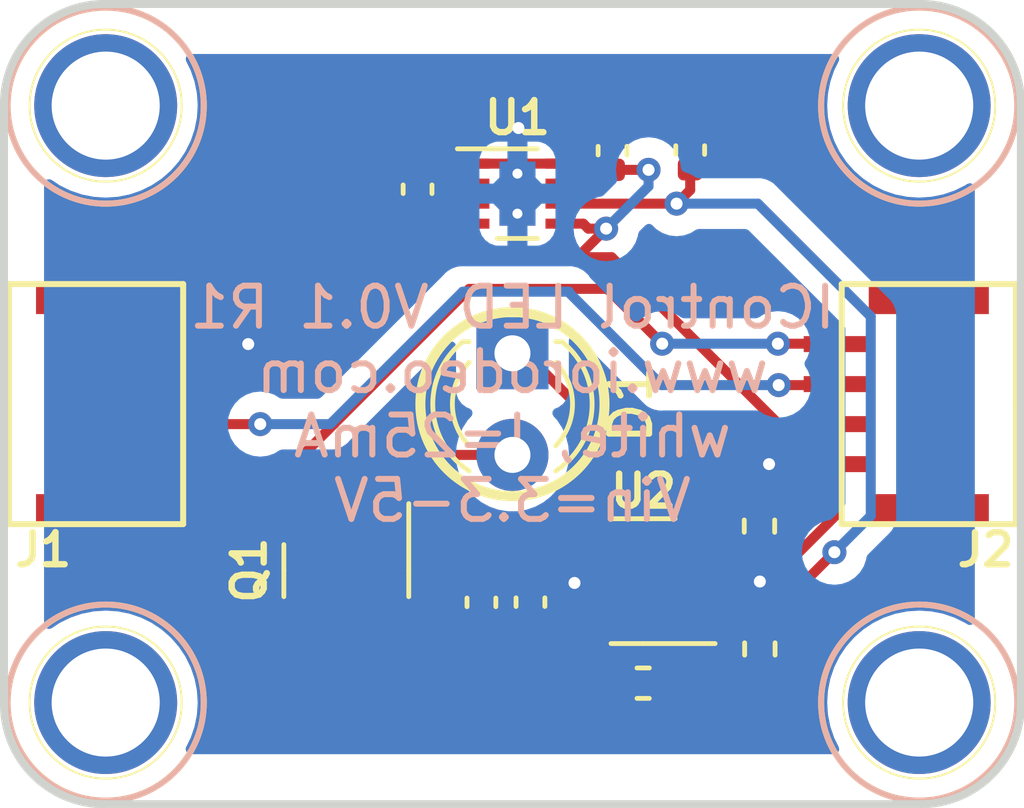
<source format=kicad_pcb>
(kicad_pcb (version 20221018) (generator pcbnew)
  (layers (0 "F.Cu" signal) (31 "B.Cu" signal) (34 "B.Paste" user) (35 "F.Paste" user) (36 "B.SilkS" user "B.Silkscreen") (37 "F.SilkS" user "F.Silkscreen") (38 "B.Mask" user) (39 "F.Mask" user) (44 "Edge.Cuts" user))
  (net 0 "")
  (net 1 "GND")
  (net 2 "/VIN")
  (net 3 "Net-(U1-C1+)")
  (net 4 "/SCL")
  (net 5 "/SDA")
  (net 6 "Net-(U1-C1-)")
  (net 7 "/5V")
  (net 8 "Net-(D1-K)")
  (net 9 "Net-(D1-A)")
  (net 10 "Net-(Q1-B)")
  (net 11 "/Vset")
  (footprint "custom_mount_hole:MountingHole_2.5mm_Pad" (layer "F.Cu") (at 52.54 52.54)
    (fp_text reference "M1" hide)
    (fp_text value "MountingHole_2.5mm_Pad" hide)
    (fp_circle (center 0 0) (end 2.45 0) (stroke (width 0.15)) (fill none) (layer "B.SilkS"))
    (fp_circle (center 0 0) (end 1.9 0) (stroke (width 0.05)) (fill none) (layer "F.SilkS"))
    (fp_circle (center 0 0) (end 2.45 0) (stroke (width 0.15)) (fill none) (layer "F.SilkS"))
    (pad "~" thru_hole circle (at 0 0) (size 3.57 3.57) (drill 2.7) (layers "*.Cu" "*.Mask"))
  )
  (footprint "custom_mount_hole:MountingHole_2.5mm_Pad" (layer "F.Cu") (at 72.86 52.54)
    (fp_text reference "M2" hide)
    (fp_text value "MountingHole_2.5mm_Pad" hide)
    (fp_circle (center 0 0) (end 2.45 0) (stroke (width 0.15)) (fill none) (layer "B.SilkS"))
    (fp_circle (center 0 0) (end 1.9 0) (stroke (width 0.05)) (fill none) (layer "F.SilkS"))
    (fp_circle (center 0 0) (end 2.45 0) (stroke (width 0.15)) (fill none) (layer "F.SilkS"))
    (pad "~" thru_hole circle (at 0 0) (size 3.57 3.57) (drill 2.7) (layers "*.Cu" "*.Mask"))
  )
  (footprint "custom_mount_hole:MountingHole_2.5mm_Pad" (layer "F.Cu") (at 72.86 67.46)
    (fp_text reference "M3" hide)
    (fp_text value "MountingHole_2.5mm_Pad" hide)
    (fp_circle (center 0 0) (end 2.45 0) (stroke (width 0.15)) (fill none) (layer "B.SilkS"))
    (fp_circle (center 0 0) (end 1.9 0) (stroke (width 0.05)) (fill none) (layer "F.SilkS"))
    (fp_circle (center 0 0) (end 2.45 0) (stroke (width 0.15)) (fill none) (layer "F.SilkS"))
    (pad "~" thru_hole circle (at 0 0) (size 3.57 3.57) (drill 2.7) (layers "*.Cu" "*.Mask"))
  )
  (footprint "custom_mount_hole:MountingHole_2.5mm_Pad" (layer "F.Cu") (at 52.54 67.46)
    (fp_text reference "M4" hide)
    (fp_text value "MountingHole_2.5mm_Pad" hide)
    (fp_circle (center 0 0) (end 2.45 0) (stroke (width 0.15)) (fill none) (layer "B.SilkS"))
    (fp_circle (center 0 0) (end 1.9 0) (stroke (width 0.05)) (fill none) (layer "F.SilkS"))
    (fp_circle (center 0 0) (end 2.45 0) (stroke (width 0.15)) (fill none) (layer "F.SilkS"))
    (pad "~" thru_hole circle (at 0 0) (size 3.57 3.57) (drill 2.7) (layers "*.Cu" "*.Mask"))
  )
  (footprint "LED_THT:LED_D3.0mm" (layer "F.Cu") (at 62.7 58.73 -90)
    (fp_text reference "D1" (at 1.27 -2.96 90) (layer "F.SilkS"))
    (fp_text value "LED_ALT")
    (fp_line (start -0.29 -1.236) (end -0.29 -1.08) (stroke (width 0.12)) (layer "F.SilkS"))
    (fp_line (start -0.29 1.08) (end -0.29 1.236) (stroke (width 0.12)) (layer "F.SilkS"))
    (fp_arc (start -0.29 -1.235516) (mid 1.366487 -1.987659) (end 2.942335 -1.078608) (stroke (width 0.12)) (layer "F.SilkS"))
    (fp_arc (start 0.229039 -1.08) (mid 1.270117 -1.5) (end 2.31113 -1.079837) (stroke (width 0.12)) (layer "F.SilkS"))
    (fp_arc (start 2.31113 1.079837) (mid 1.270117 1.5) (end 0.229039 1.08) (stroke (width 0.12)) (layer "F.SilkS"))
    (fp_arc (start 2.942335 1.078608) (mid 1.366487 1.987659) (end -0.29 1.235516) (stroke (width 0.12)) (layer "F.SilkS"))
    (pad "1" thru_hole rect (at 0 0 270) (size 1.8 1.8) (drill 0.9) (layers "*.Cu" "*.Mask") (net 8 "Net-(D1-K)"))
    (pad "2" thru_hole circle (at 2.54 0 270) (size 1.8 1.8) (drill 0.9) (layers "*.Cu" "*.Mask") (net 9 "Net-(D1-A)"))
  )
  (footprint "BOOMELE_SH_SMD:BOOMELE_SMD_SH_4PIN_RT" (layer "F.Cu") (at 52.78 60 90)
    (fp_text reference "J1" (at -3.64 -1.8 180) (layer "F.SilkS") (effects (font (size 0.8 0.8) (thickness 0.16))))
    (fp_text value "Conn_01x04" hide)
    (fp_line (start -3 1.695) (end -3 -2.655) (stroke (width 0.15)) (layer "F.SilkS"))
    (fp_line (start 0 -2.655) (end -3 -2.655) (stroke (width 0.15)) (layer "F.SilkS"))
    (fp_line (start 3 -2.655) (end 0 -2.655) (stroke (width 0.15)) (layer "F.SilkS"))
    (fp_line (start 3 -2.655) (end 3 1.695) (stroke (width 0.15)) (layer "F.SilkS"))
    (fp_line (start 3 1.695) (end -3 1.695) (stroke (width 0.15)) (layer "F.SilkS"))
    (pad "" smd rect (at -2.65 -0.48 270) (size 0.8 3) (layers "F.Cu" "F.Paste" "F.Mask"))
    (pad "" smd rect (at 2.65 -0.48 270) (size 0.8 3) (layers "F.Cu" "F.Paste" "F.Mask"))
    (pad "1" smd rect (at 1.5 1.845 270) (size 0.4 1.6) (layers "F.Cu" "F.Paste" "F.Mask") (net 1 "GND"))
    (pad "2" smd rect (at 0.5 1.845 270) (size 0.4 1.6) (layers "F.Cu" "F.Paste" "F.Mask") (net 2 "/VIN"))
    (pad "3" smd rect (at -0.5 1.845 270) (size 0.4 1.6) (layers "F.Cu" "F.Paste" "F.Mask") (net 5 "/SDA"))
    (pad "4" smd rect (at -1.5 1.845 270) (size 0.4 1.6) (layers "F.Cu" "F.Paste" "F.Mask") (net 4 "/SCL"))
  )
  (footprint "BOOMELE_SH_SMD:BOOMELE_SMD_SH_4PIN_RT" (layer "F.Cu") (at 72.62 60 -90)
    (fp_text reference "J2" (at 3.64 -1.9 180) (layer "F.SilkS") (effects (font (size 0.8 0.8) (thickness 0.16))))
    (fp_text value "Conn_01x04" hide)
    (fp_line (start -3 1.695) (end -3 -2.655) (stroke (width 0.15)) (layer "F.SilkS"))
    (fp_line (start 0 -2.655) (end -3 -2.655) (stroke (width 0.15)) (layer "F.SilkS"))
    (fp_line (start 3 -2.655) (end 0 -2.655) (stroke (width 0.15)) (layer "F.SilkS"))
    (fp_line (start 3 -2.655) (end 3 1.695) (stroke (width 0.15)) (layer "F.SilkS"))
    (fp_line (start 3 1.695) (end -3 1.695) (stroke (width 0.15)) (layer "F.SilkS"))
    (pad "" smd rect (at -2.65 -0.48 90) (size 0.8 3) (layers "F.Cu" "F.Paste" "F.Mask"))
    (pad "" smd rect (at 2.65 -0.48 90) (size 0.8 3) (layers "F.Cu" "F.Paste" "F.Mask"))
    (pad "1" smd rect (at 1.5 1.845 90) (size 0.4 1.6) (layers "F.Cu" "F.Paste" "F.Mask") (net 1 "GND"))
    (pad "2" smd rect (at 0.5 1.845 90) (size 0.4 1.6) (layers "F.Cu" "F.Paste" "F.Mask") (net 2 "/VIN"))
    (pad "3" smd rect (at -0.5 1.845 90) (size 0.4 1.6) (layers "F.Cu" "F.Paste" "F.Mask") (net 5 "/SDA"))
    (pad "4" smd rect (at -1.5 1.845 90) (size 0.4 1.6) (layers "F.Cu" "F.Paste" "F.Mask") (net 4 "/SCL"))
  )
  (footprint "Resistor_SMD:R_0402_1005Metric" (layer "F.Cu") (at 68.87 63.05 -90)
    (fp_text reference "R1" hide)
    (fp_text value "100" hide)
    (fp_line (start -0.153641 -0.38) (end 0.153641 -0.38) (stroke (width 0.12)) (layer "F.SilkS"))
    (fp_line (start -0.153641 0.38) (end 0.153641 0.38) (stroke (width 0.12)) (layer "F.SilkS"))
    (pad "1" smd roundrect (at -0.51 0 270) (size 0.54 0.64) (layers "F.Cu" "F.Paste" "F.Mask") (net 8 "Net-(D1-K)"))
    (pad "2" smd roundrect (at 0.51 0 270) (size 0.54 0.64) (layers "F.Cu" "F.Paste" "F.Mask") (net 1 "GND"))
  )
  (footprint "Package_TO_SOT_SMD:SOT-23-5" (layer "F.Cu") (at 65.9625 64.425 180)
    (fp_text reference "U2" (at -0.0125 2.25) (layer "F.SilkS") (effects (font (size 0.8 0.8) (thickness 0.16) bold)))
    (fp_text value "LMV321")
    (fp_line (start 0 -1.56) (end -1.8 -1.56) (stroke (width 0.12)) (layer "F.SilkS"))
    (fp_line (start 0 -1.56) (end 0.8 -1.56) (stroke (width 0.12)) (layer "F.SilkS"))
    (fp_line (start 0 1.56) (end -0.8 1.56) (stroke (width 0.12)) (layer "F.SilkS"))
    (fp_line (start 0 1.56) (end 0.8 1.56) (stroke (width 0.12)) (layer "F.SilkS"))
    (pad "1" smd roundrect (at -1.1375 -0.95 180) (size 1.325 0.6) (layers "F.Cu" "F.Paste" "F.Mask") (net 11 "/Vset"))
    (pad "2" smd roundrect (at -1.1375 0 180) (size 1.325 0.6) (layers "F.Cu" "F.Paste" "F.Mask") (net 1 "GND"))
    (pad "3" smd roundrect (at -1.1375 0.95 180) (size 1.325 0.6) (layers "F.Cu" "F.Paste" "F.Mask") (net 8 "Net-(D1-K)"))
    (pad "4" smd roundrect (at 1.1375 0.95 180) (size 1.325 0.6) (layers "F.Cu" "F.Paste" "F.Mask") (net 10 "Net-(Q1-B)"))
    (pad "5" smd roundrect (at 1.1375 -0.95 180) (size 1.325 0.6) (layers "F.Cu" "F.Paste" "F.Mask") (net 7 "/5V"))
  )
  (footprint "Capacitor_SMD:C_0402_1005Metric" (layer "F.Cu") (at 63.15 64.95 90)
    (fp_text reference "C4" hide)
    (fp_text value "0.1uF" hide)
    (fp_line (start -0.107836 -0.36) (end 0.107836 -0.36) (stroke (width 0.12)) (layer "F.SilkS"))
    (fp_line (start -0.107836 0.36) (end 0.107836 0.36) (stroke (width 0.12)) (layer "F.SilkS"))
    (pad "1" smd roundrect (at -0.48 0 90) (size 0.56 0.62) (layers "F.Cu" "F.Paste" "F.Mask") (net 7 "/5V"))
    (pad "2" smd roundrect (at 0.48 0 90) (size 0.56 0.62) (layers "F.Cu" "F.Paste" "F.Mask") (net 1 "GND"))
  )
  (footprint "Package_SON:WSON-8-1EP_2x2mm_P0.5mm_EP0.9x1.6mm_ThermalVias" (layer "F.Cu") (at 62.825 54.74)
    (fp_text reference "U1" (at 0 -1.9) (layer "F.SilkS") (effects (font (size 0.8 0.8) (thickness 0.16))))
    (fp_text value "LM2775DSG" hide)
    (fp_line (start -1.5 -1.12) (end 0.5 -1.12) (stroke (width 0.12)) (layer "F.SilkS"))
    (fp_line (start 0.5 1.12) (end -0.5 1.12) (stroke (width 0.12)) (layer "F.SilkS"))
    (pad "1" smd rect (at -0.95 -0.75) (size 0.5 0.25) (layers "F.Cu" "F.Paste" "F.Mask") (net 1 "GND"))
    (pad "2" smd rect (at -0.95 -0.25) (size 0.5 0.25) (layers "F.Cu" "F.Paste" "F.Mask") (net 6 "Net-(U1-C1-)"))
    (pad "3" smd rect (at -0.95 0.25) (size 0.5 0.25) (layers "F.Cu" "F.Paste" "F.Mask") (net 3 "Net-(U1-C1+)"))
    (pad "4" smd rect (at -0.95 0.75) (size 0.5 0.25) (layers "F.Cu" "F.Paste" "F.Mask") (net 2 "/VIN"))
    (pad "5" smd rect (at 0.95 0.75) (size 0.5 0.25) (layers "F.Cu" "F.Paste" "F.Mask") (net 2 "/VIN"))
    (pad "6" smd rect (at 0.95 0.25) (size 0.5 0.25) (layers "F.Cu" "F.Paste" "F.Mask") (net 7 "/5V"))
    (pad "7" smd rect (at 0.95 -0.25) (size 0.5 0.25) (layers "F.Cu" "F.Paste" "F.Mask") (net 2 "/VIN"))
    (pad "8" smd rect (at 0.95 -0.75) (size 0.5 0.25) (layers "F.Cu" "F.Paste" "F.Mask") (net 1 "GND"))
    (pad "9" thru_hole circle (at 0 -0.5) (size 0.6 0.6) (drill 0.25) (layers "*.Cu") (net 1 "GND"))
    (pad "9" smd rect (at 0 0) (size 0.9 1.6) (layers "F.Cu" "F.Mask") (net 1 "GND"))
    (pad "9" smd rect (at 0 0) (size 0.9 1.6) (layers "B.Cu") (net 1 "GND"))
    (pad "9" thru_hole circle (at 0 0.5) (size 0.6 0.6) (drill 0.25) (layers "*.Cu") (net 1 "GND"))
  )
  (footprint "Capacitor_SMD:C_0402_1005Metric" (layer "F.Cu") (at 67.14 53.65 90)
    (fp_text reference "C3" hide)
    (fp_text value "10uF" hide)
    (fp_line (start -0.107836 -0.36) (end 0.107836 -0.36) (stroke (width 0.12)) (layer "F.SilkS"))
    (fp_line (start -0.107836 0.36) (end 0.107836 0.36) (stroke (width 0.12)) (layer "F.SilkS"))
    (pad "1" smd roundrect (at -0.48 0 90) (size 0.56 0.62) (layers "F.Cu" "F.Paste" "F.Mask") (net 7 "/5V"))
    (pad "2" smd roundrect (at 0.48 0 90) (size 0.56 0.62) (layers "F.Cu" "F.Paste" "F.Mask") (net 1 "GND"))
  )
  (footprint "Resistor_SMD:R_0402_1005Metric" (layer "F.Cu") (at 68.88 66.12 90)
    (fp_text reference "R3" hide)
    (fp_text value "10k" hide)
    (fp_line (start -0.153641 -0.38) (end 0.153641 -0.38) (stroke (width 0.12)) (layer "F.SilkS"))
    (fp_line (start -0.153641 0.38) (end 0.153641 0.38) (stroke (width 0.12)) (layer "F.SilkS"))
    (pad "1" smd roundrect (at -0.51 0 90) (size 0.54 0.64) (layers "F.Cu" "F.Paste" "F.Mask") (net 11 "/Vset"))
    (pad "2" smd roundrect (at 0.51 0 90) (size 0.54 0.64) (layers "F.Cu" "F.Paste" "F.Mask") (net 1 "GND"))
  )
  (footprint "Resistor_SMD:R_0402_1005Metric" (layer "F.Cu") (at 65.965 66.975)
    (fp_text reference "R2" hide)
    (fp_text value "10k" hide)
    (fp_line (start -0.153641 -0.38) (end 0.153641 -0.38) (stroke (width 0.12)) (layer "F.SilkS"))
    (fp_line (start -0.153641 0.38) (end 0.153641 0.38) (stroke (width 0.12)) (layer "F.SilkS"))
    (pad "1" smd roundrect (at -0.51 0) (size 0.54 0.64) (layers "F.Cu" "F.Paste" "F.Mask") (net 7 "/5V"))
    (pad "2" smd roundrect (at 0.51 0) (size 0.54 0.64) (layers "F.Cu" "F.Paste" "F.Mask") (net 11 "/Vset"))
  )
  (footprint "Capacitor_SMD:C_0402_1005Metric" (layer "F.Cu") (at 65.2 53.665 -90)
    (fp_text reference "C1" hide)
    (fp_text value "10uF" hide)
    (fp_line (start -0.107836 -0.36) (end 0.107836 -0.36) (stroke (width 0.12)) (layer "F.SilkS"))
    (fp_line (start -0.107836 0.36) (end 0.107836 0.36) (stroke (width 0.12)) (layer "F.SilkS"))
    (pad "1" smd roundrect (at -0.48 0 270) (size 0.56 0.62) (layers "F.Cu" "F.Paste" "F.Mask") (net 1 "GND"))
    (pad "2" smd roundrect (at 0.48 0 270) (size 0.56 0.62) (layers "F.Cu" "F.Paste" "F.Mask") (net 2 "/VIN"))
  )
  (footprint "Capacitor_SMD:C_0402_1005Metric" (layer "F.Cu") (at 61.925 64.955 90)
    (fp_text reference "C5" hide)
    (fp_text value "10uF" hide)
    (fp_line (start -0.107836 -0.36) (end 0.107836 -0.36) (stroke (width 0.12)) (layer "F.SilkS"))
    (fp_line (start -0.107836 0.36) (end 0.107836 0.36) (stroke (width 0.12)) (layer "F.SilkS"))
    (pad "1" smd roundrect (at -0.48 0 90) (size 0.56 0.62) (layers "F.Cu" "F.Paste" "F.Mask") (net 7 "/5V"))
    (pad "2" smd roundrect (at 0.48 0 90) (size 0.56 0.62) (layers "F.Cu" "F.Paste" "F.Mask") (net 1 "GND"))
  )
  (footprint "Package_TO_SOT_SMD:SOT-23" (layer "F.Cu") (at 58.55 64.1625 -90)
    (fp_text reference "Q1" (at -0.0125 2.425 90) (layer "F.SilkS") (effects (font (size 0.8 0.8) (thickness 0.16) bold)))
    (fp_text value "MMBT5551L" hide)
    (fp_line (start 0 -1.56) (end -1.675 -1.56) (stroke (width 0.12)) (layer "F.SilkS"))
    (fp_line (start 0 -1.56) (end 0.65 -1.56) (stroke (width 0.12)) (layer "F.SilkS"))
    (fp_line (start 0 1.56) (end -0.65 1.56) (stroke (width 0.12)) (layer "F.SilkS"))
    (fp_line (start 0 1.56) (end 0.65 1.56) (stroke (width 0.12)) (layer "F.SilkS"))
    (pad "1" smd roundrect (at -0.9375 -0.95 270) (size 1.475 0.6) (layers "F.Cu" "F.Paste" "F.Mask") (net 10 "Net-(Q1-B)"))
    (pad "2" smd roundrect (at -0.9375 0.95 270) (size 1.475 0.6) (layers "F.Cu" "F.Paste" "F.Mask") (net 9 "Net-(D1-A)"))
    (pad "3" smd roundrect (at 0.9375 0 270) (size 1.475 0.6) (layers "F.Cu" "F.Paste" "F.Mask") (net 7 "/5V"))
  )
  (footprint "Capacitor_SMD:C_0402_1005Metric" (layer "F.Cu") (at 60.33 54.63 90)
    (fp_text reference "C2" hide)
    (fp_text value "1uF" hide)
    (fp_line (start -0.107836 -0.36) (end 0.107836 -0.36) (stroke (width 0.12)) (layer "F.SilkS"))
    (fp_line (start -0.107836 0.36) (end 0.107836 0.36) (stroke (width 0.12)) (layer "F.SilkS"))
    (pad "1" smd roundrect (at -0.48 0 90) (size 0.56 0.62) (layers "F.Cu" "F.Paste" "F.Mask") (net 3 "Net-(U1-C1+)"))
    (pad "2" smd roundrect (at 0.48 0 90) (size 0.56 0.62) (layers "F.Cu" "F.Paste" "F.Mask") (net 6 "Net-(U1-C1-)"))
  )
  (gr_circle (center 62.7 60) (end 65 60) (stroke (width 0.25)) (fill none) (layer "F.SilkS"))
  (gr_arc (start 72.9 50) (mid 74.667767 50.732233) (end 75.4 52.5) (stroke (width 0.2)) (layer "Edge.Cuts"))
  (gr_arc (start 52.5 70) (mid 50.732233 69.267767) (end 50 67.5) (stroke (width 0.2)) (layer "Edge.Cuts"))
  (gr_line (start 52.5 50) (end 72.9 50) (stroke (width 0.2)) (layer "Edge.Cuts"))
  (gr_arc (start 50 52.5) (mid 50.732233 50.732233) (end 52.5 50) (stroke (width 0.2)) (layer "Edge.Cuts"))
  (gr_arc (start 75.4 67.5) (mid 74.667767 69.267767) (end 72.9 70) (stroke (width 0.2)) (layer "Edge.Cuts"))
  (gr_line (start 50 52.5) (end 50 67.5) (stroke (width 0.2)) (layer "Edge.Cuts"))
  (gr_line (start 52.5 70) (end 72.9 70) (stroke (width 0.2)) (layer "Edge.Cuts"))
  (gr_line (start 75.4 52.5) (end 75.4 67.5) (stroke (width 0.2)) (layer "Edge.Cuts"))
  (gr_text "IControl LED V0.1 R1\nwww.iorodeo.com\nwhite, I=25mA\nVin=3.3-5V" (at 62.7 60) (layer "B.SilkS") (effects (font (size 1 1)) (justify mirror)))
  (segment (start 68.88 65.61) (end 68.88 64.435) (width 0.25) (layer "F.Cu") (net 1))
  (segment (start 69.135 64.425) (end 70.775 62.785) (width 0.25) (layer "F.Cu") (net 1))
  (segment (start 62.825 53.125) (end 62.85 53.1) (width 0.25) (layer "F.Cu") (net 1))
  (segment (start 64.765 53.185) (end 65.2 53.185) (width 0.25) (layer "F.Cu") (net 1))
  (segment (start 63.775 53.99) (end 63.96 53.99) (width 0.25) (layer "F.Cu") (net 1))
  (segment (start 62.825 54.24) (end 63.075 53.99) (width 0.25) (layer "F.Cu") (net 1))
  (segment (start 65.2 53.185) (end 67.125 53.185) (width 0.25) (layer "F.Cu") (net 1))
  (segment (start 68.425 64.425) (end 68.89 64.425) (width 0.25) (layer "F.Cu") (net 1))
  (segment (start 68.87 64.405) (end 68.89 64.425) (width 0.25) (layer "F.Cu") (net 1))
  (segment (start 63.15 64.47) (end 61.93 64.47) (width 0.25) (layer "F.Cu") (net 1))
  (segment (start 63.15 64.47) (end 64.25 64.47) (width 0.25) (layer "F.Cu") (net 1))
  (segment (start 62.575 53.99) (end 62.825 54.24) (width 0.25) (layer "F.Cu") (net 1))
  (segment (start 63.075 53.99) (end 63.775 53.99) (width 0.25) (layer "F.Cu") (net 1))
  (segment (start 67.1 64.425) (end 68.425 64.425) (width 0.25) (layer "F.Cu") (net 1))
  (segment (start 68.89 64.425) (end 69.135 64.425) (width 0.25) (layer "F.Cu") (net 1))
  (segment (start 70.775 62.785) (end 70.775 61.5) (width 0.25) (layer "F.Cu") (net 1))
  (segment (start 67.055 64.47) (end 67.1 64.425) (width 0.25) (layer "F.Cu") (net 1))
  (segment (start 62.825 54.24) (end 62.825 53.125) (width 0.25) (layer "F.Cu") (net 1))
  (segment (start 63.96 53.99) (end 64.765 53.185) (width 0.25) (layer "F.Cu") (net 1))
  (segment (start 68.88 64.435) (end 68.89 64.425) (width 0.25) (layer "F.Cu") (net 1))
  (segment (start 68.87 63.56) (end 68.87 64.405) (width 0.25) (layer "F.Cu") (net 1))
  (segment (start 64.25 64.47) (end 67.055 64.47) (width 0.25) (layer "F.Cu") (net 1))
  (segment (start 69.11 61.5) (end 70.775 61.5) (width 0.25) (layer "F.Cu") (net 1))
  (segment (start 67.125 53.185) (end 67.14 53.17) (width 0.25) (layer "F.Cu") (net 1))
  (segment (start 54.625 58.5) (end 55.95 58.5) (width 0.25) (layer "F.Cu") (net 1))
  (segment (start 61.875 53.99) (end 62.575 53.99) (width 0.25) (layer "F.Cu") (net 1))
  (segment (start 61.93 64.47) (end 61.925 64.475) (width 0.25) (layer "F.Cu") (net 1))
  (via (at 68.88 64.435) (size 0.6) (drill 0.3) (layers "F.Cu" "B.Cu") (net 1))
  (via (at 62.85 53.1) (size 0.6) (drill 0.3) (layers "F.Cu" "B.Cu") (net 1))
  (via (at 69.11 61.5) (size 0.6) (drill 0.3) (layers "F.Cu" "B.Cu") (net 1))
  (via (at 56.1 58.5) (size 0.6) (drill 0.3) (layers "F.Cu" "B.Cu") (net 1))
  (via (at 64.25 64.47) (size 0.6) (drill 0.3) (layers "F.Cu" "B.Cu") (net 1))
  (segment (start 54.625 59.5) (end 57.275 59.5) (width 0.25) (layer "F.Cu") (net 2))
  (segment (start 65.04 55.6145) (end 64.5945 55.6145) (width 0.25) (layer "F.Cu") (net 2))
  (segment (start 61.285 55.49) (end 61.875 55.49) (width 0.25) (layer "F.Cu") (net 2))
  (segment (start 69.35 60.5) (end 65.1775 56.3275) (width 0.25) (layer "F.Cu") (net 2))
  (segment (start 65.1775 56.3275) (end 64.19 56.3275) (width 0.25) (layer "F.Cu") (net 2))
  (segment (start 65.04 55.6145) (end 64.327 56.3275) (width 0.25) (layer "F.Cu") (net 2))
  (segment (start 64.19 56.3275) (end 60.4475 56.3275) (width 0.25) (layer "F.Cu") (net 2))
  (segment (start 70.775 60.5) (end 69.35 60.5) (width 0.25) (layer "F.Cu") (net 2))
  (segment (start 64.655 54.145) (end 65.2 54.145) (width 0.25) (layer "F.Cu") (net 2))
  (segment (start 57.275 59.5) (end 60.4475 56.3275) (width 0.25) (layer "F.Cu") (net 2))
  (segment (start 64.5945 55.6145) (end 64.47 55.49) (width 0.25) (layer "F.Cu") (net 2))
  (segment (start 64.31 54.49) (end 64.655 54.145) (width 0.25) (layer "F.Cu") (net 2))
  (segment (start 60.4475 56.3275) (end 61.285 55.49) (width 0.25) (layer "F.Cu") (net 2))
  (segment (start 63.775 54.49) (end 64.31 54.49) (width 0.25) (layer "F.Cu") (net 2))
  (segment (start 64.47 55.49) (end 63.775 55.49) (width 0.25) (layer "F.Cu") (net 2))
  (segment (start 64.327 56.3275) (end 64.19 56.3275) (width 0.25) (layer "F.Cu") (net 2))
  (segment (start 66.1 54.145) (end 65.2 54.145) (width 0.25) (layer "F.Cu") (net 2))
  (via (at 65.04 55.6145) (size 0.6) (drill 0.3) (layers "F.Cu" "B.Cu") (net 2))
  (via (at 66.1 54.145) (size 0.6) (drill 0.3) (layers "F.Cu" "B.Cu") (net 2))
  (segment (start 66.1 54.5545) (end 66.1 54.145) (width 0.25) (layer "B.Cu") (net 2))
  (segment (start 65.04 55.6145) (end 66.1 54.5545) (width 0.25) (layer "B.Cu") (net 2))
  (segment (start 60.33 55.11) (end 60.93 55.11) (width 0.25) (layer "F.Cu") (net 3))
  (segment (start 61.05 54.99) (end 61.875 54.99) (width 0.25) (layer "F.Cu") (net 3))
  (segment (start 60.93 55.11) (end 61.05 54.99) (width 0.25) (layer "F.Cu") (net 3))
  (segment (start 57.24 61.5) (end 54.625 61.5) (width 0.25) (layer "F.Cu") (net 4))
  (segment (start 61.62 57.12) (end 57.24 61.5) (width 0.25) (layer "F.Cu") (net 4))
  (segment (start 66.44 58.49) (end 65.07 57.12) (width 0.25) (layer "F.Cu") (net 4))
  (segment (start 65.07 57.12) (end 61.62 57.12) (width 0.25) (layer "F.Cu") (net 4))
  (segment (start 69.33 58.49) (end 70.765 58.49) (width 0.25) (layer "F.Cu") (net 4))
  (via (at 69.33 58.49) (size 0.6) (drill 0.3) (layers "F.Cu" "B.Cu") (net 4))
  (via (at 66.44 58.49) (size 0.6) (drill 0.3) (layers "F.Cu" "B.Cu") (net 4))
  (segment (start 66.44 58.49) (end 69.33 58.49) (width 0.25) (layer "B.Cu") (net 4))
  (segment (start 69.35 59.525) (end 70.75 59.525) (width 0.25) (layer "F.Cu") (net 5))
  (segment (start 56.4 60.5) (end 54.625 60.5) (width 0.25) (layer "F.Cu") (net 5))
  (segment (start 70.75 59.525) (end 70.775 59.5) (width 0.25) (layer "F.Cu") (net 5))
  (via (at 56.4 60.5) (size 0.6) (drill 0.3) (layers "F.Cu" "B.Cu") (net 5))
  (via (at 69.35 59.525) (size 0.6) (drill 0.3) (layers "F.Cu" "B.Cu") (net 5))
  (segment (start 61.46 57.19) (end 64.11 57.19) (width 0.25) (layer "B.Cu") (net 5))
  (segment (start 56.4 60.5) (end 58.15 60.5) (width 0.25) (layer "B.Cu") (net 5))
  (segment (start 66.425 59.525) (end 69.35 59.525) (width 0.25) (layer "B.Cu") (net 5))
  (segment (start 58.15 60.5) (end 61.46 57.19) (width 0.25) (layer "B.Cu") (net 5))
  (segment (start 64.11 57.21) (end 66.425 59.525) (width 0.25) (layer "B.Cu") (net 5))
  (segment (start 64.11 57.19) (end 64.11 57.21) (width 0.25) (layer "B.Cu") (net 5))
  (segment (start 60.72 54.15) (end 61.06 54.49) (width 0.25) (layer "F.Cu") (net 6))
  (segment (start 60.33 54.15) (end 60.72 54.15) (width 0.25) (layer "F.Cu") (net 6))
  (segment (start 61.06 54.49) (end 61.875 54.49) (width 0.25) (layer "F.Cu") (net 6))
  (segment (start 64.825 65.375) (end 64.825 65.575) (width 0.25) (layer "F.Cu") (net 7))
  (segment (start 63.145 65.435) (end 63.15 65.43) (width 0.25) (layer "F.Cu") (net 7))
  (segment (start 67.14 54.65) (end 67.14 54.13) (width 0.25) (layer "F.Cu") (net 7))
  (segment (start 58.55 65.1) (end 58.885 65.435) (width 0.25) (layer "F.Cu") (net 7))
  (segment (start 63.85 65.43) (end 64.77 65.43) (width 0.25) (layer "F.Cu") (net 7))
  (segment (start 63.15 65.43) (end 63.85 65.43) (width 0.25) (layer "F.Cu") (net 7))
  (segment (start 58.885 65.435) (end 61.925 65.435) (width 0.25) (layer "F.Cu") (net 7))
  (segment (start 65.455 66.205) (end 65.455 66.975) (width 0.25) (layer "F.Cu") (net 7))
  (segment (start 63.775 54.99) (end 66.8 54.99) (width 0.25) (layer "F.Cu") (net 7))
  (segment (start 66.01 68) (end 65.455 67.445) (width 0.25) (layer "F.Cu") (net 7))
  (segment (start 69.85 67.2) (end 69.05 68) (width 0.25) (layer "F.Cu") (net 7))
  (segment (start 65.455 67.445) (end 65.455 66.975) (width 0.25) (layer "F.Cu") (net 7))
  (segment (start 64.825 65.575) (end 65.455 66.205) (width 0.25) (layer "F.Cu") (net 7))
  (segment (start 66.8 54.99) (end 67.14 54.65) (width 0.25) (layer "F.Cu") (net 7))
  (segment (start 70.741589 63.701589) (end 69.85 64.593178) (width 0.25) (layer "F.Cu") (net 7))
  (segment (start 61.925 65.435) (end 63.145 65.435) (width 0.25) (layer "F.Cu") (net 7))
  (segment (start 69.05 68) (end 66.01 68) (width 0.25) (layer "F.Cu") (net 7))
  (segment (start 69.85 64.593178) (end 69.85 67.2) (width 0.25) (layer "F.Cu") (net 7))
  (segment (start 64.77 65.43) (end 64.825 65.375) (width 0.25) (layer "F.Cu") (net 7))
  (via (at 70.741589 63.701589) (size 0.6) (drill 0.3) (layers "F.Cu" "B.Cu") (net 7))
  (via (at 66.8 54.99) (size 0.6) (drill 0.3) (layers "F.Cu" "B.Cu") (net 7))
  (segment (start 68.83 54.99) (end 66.8 54.99) (width 0.25) (layer "B.Cu") (net 7))
  (segment (start 71.65 57.81) (end 68.83 54.99) (width 0.25) (layer "B.Cu") (net 7))
  (segment (start 70.741589 63.701589) (end 71.65 62.793178) (width 0.25) (layer "B.Cu") (net 7))
  (segment (start 71.65 62.793178) (end 71.65 57.81) (width 0.25) (layer "B.Cu") (net 7))
  (segment (start 68.45 62.54) (end 68.87 62.54) (width 0.25) (layer "F.Cu") (net 8))
  (segment (start 67.1 62.81) (end 67.1 63.475) (width 0.25) (layer "F.Cu") (net 8))
  (segment (start 62.7 58.73) (end 63.02 58.73) (width 0.25) (layer "F.Cu") (net 8))
  (segment (start 63.02 58.73) (end 67.1 62.81) (width 0.25) (layer "F.Cu") (net 8))
  (segment (start 67.515 63.475) (end 68.45 62.54) (width 0.25) (layer "F.Cu") (net 8))
  (segment (start 67.1 63.475) (end 67.515 63.475) (width 0.25) (layer "F.Cu") (net 8))
  (segment (start 57.6 62.56) (end 58.89 61.27) (width 0.25) (layer "F.Cu") (net 9))
  (segment (start 57.6 63.225) (end 57.6 62.56) (width 0.25) (layer "F.Cu") (net 9))
  (segment (start 58.89 61.27) (end 62.7 61.27) (width 0.25) (layer "F.Cu") (net 9))
  (segment (start 64.825 63.475) (end 62.555 63.475) (width 0.25) (layer "F.Cu") (net 10))
  (segment (start 59.545 63.18) (end 59.5 63.225) (width 0.25) (layer "F.Cu") (net 10))
  (segment (start 62.26 63.18) (end 59.545 63.18) (width 0.25) (layer "F.Cu") (net 10))
  (segment (start 62.555 63.475) (end 62.26 63.18) (width 0.25) (layer "F.Cu") (net 10))
  (segment (start 67.1 66.84) (end 66.965 66.975) (width 0.25) (layer "F.Cu") (net 11))
  (segment (start 67.1 65.375) (end 67.1 66.69) (width 0.25) (layer "F.Cu") (net 11))
  (segment (start 67.1 66.69) (end 67.1 66.84) (width 0.25) (layer "F.Cu") (net 11))
  (segment (start 68.82 66.69) (end 68.88 66.63) (width 0.25) (layer "F.Cu") (net 11))
  (segment (start 66.965 66.975) (end 66.475 66.975) (width 0.25) (layer "F.Cu") (net 11))
  (segment (start 67.1 66.69) (end 68.82 66.69) (width 0.25) (layer "F.Cu") (net 11))
  (zone (net 1) (net_name "GND") (layer "B.Cu") (connect_pads (clearance 0.508)) (min_thickness 0.25) (fill yes (thermal_gap 0.5) (thermal_bridge_width 0.5))
    (polygon (pts (xy 74.25 51.25) (xy 74.25 68.75) (xy 51 68.75) (xy 51 51.25)))
  )
)
</source>
